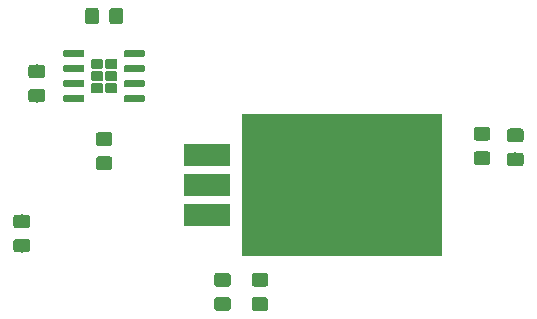
<source format=gbr>
G04 #@! TF.GenerationSoftware,KiCad,Pcbnew,5.1.4-e60b266~84~ubuntu18.04.1*
G04 #@! TF.CreationDate,2019-10-29T18:19:43-03:00*
G04 #@! TF.ProjectId,fonte_18V,666f6e74-655f-4313-9856-2e6b69636164,rev?*
G04 #@! TF.SameCoordinates,Original*
G04 #@! TF.FileFunction,Paste,Top*
G04 #@! TF.FilePolarity,Positive*
%FSLAX46Y46*%
G04 Gerber Fmt 4.6, Leading zero omitted, Abs format (unit mm)*
G04 Created by KiCad (PCBNEW 5.1.4-e60b266~84~ubuntu18.04.1) date 2019-10-29 18:19:43*
%MOMM*%
%LPD*%
G04 APERTURE LIST*
%ADD10C,0.100000*%
%ADD11C,0.600000*%
%ADD12C,0.890000*%
%ADD13C,1.150000*%
%ADD14R,4.000000X1.905000*%
%ADD15R,17.000000X12.000000*%
G04 APERTURE END LIST*
D10*
G36*
X125234703Y-159085722D02*
G01*
X125249264Y-159087882D01*
X125263543Y-159091459D01*
X125277403Y-159096418D01*
X125290710Y-159102712D01*
X125303336Y-159110280D01*
X125315159Y-159119048D01*
X125326066Y-159128934D01*
X125335952Y-159139841D01*
X125344720Y-159151664D01*
X125352288Y-159164290D01*
X125358582Y-159177597D01*
X125363541Y-159191457D01*
X125367118Y-159205736D01*
X125369278Y-159220297D01*
X125370000Y-159235000D01*
X125370000Y-159535000D01*
X125369278Y-159549703D01*
X125367118Y-159564264D01*
X125363541Y-159578543D01*
X125358582Y-159592403D01*
X125352288Y-159605710D01*
X125344720Y-159618336D01*
X125335952Y-159630159D01*
X125326066Y-159641066D01*
X125315159Y-159650952D01*
X125303336Y-159659720D01*
X125290710Y-159667288D01*
X125277403Y-159673582D01*
X125263543Y-159678541D01*
X125249264Y-159682118D01*
X125234703Y-159684278D01*
X125220000Y-159685000D01*
X123745000Y-159685000D01*
X123730297Y-159684278D01*
X123715736Y-159682118D01*
X123701457Y-159678541D01*
X123687597Y-159673582D01*
X123674290Y-159667288D01*
X123661664Y-159659720D01*
X123649841Y-159650952D01*
X123638934Y-159641066D01*
X123629048Y-159630159D01*
X123620280Y-159618336D01*
X123612712Y-159605710D01*
X123606418Y-159592403D01*
X123601459Y-159578543D01*
X123597882Y-159564264D01*
X123595722Y-159549703D01*
X123595000Y-159535000D01*
X123595000Y-159235000D01*
X123595722Y-159220297D01*
X123597882Y-159205736D01*
X123601459Y-159191457D01*
X123606418Y-159177597D01*
X123612712Y-159164290D01*
X123620280Y-159151664D01*
X123629048Y-159139841D01*
X123638934Y-159128934D01*
X123649841Y-159119048D01*
X123661664Y-159110280D01*
X123674290Y-159102712D01*
X123687597Y-159096418D01*
X123701457Y-159091459D01*
X123715736Y-159087882D01*
X123730297Y-159085722D01*
X123745000Y-159085000D01*
X125220000Y-159085000D01*
X125234703Y-159085722D01*
X125234703Y-159085722D01*
G37*
D11*
X124482500Y-159385000D03*
D10*
G36*
X125234703Y-160355722D02*
G01*
X125249264Y-160357882D01*
X125263543Y-160361459D01*
X125277403Y-160366418D01*
X125290710Y-160372712D01*
X125303336Y-160380280D01*
X125315159Y-160389048D01*
X125326066Y-160398934D01*
X125335952Y-160409841D01*
X125344720Y-160421664D01*
X125352288Y-160434290D01*
X125358582Y-160447597D01*
X125363541Y-160461457D01*
X125367118Y-160475736D01*
X125369278Y-160490297D01*
X125370000Y-160505000D01*
X125370000Y-160805000D01*
X125369278Y-160819703D01*
X125367118Y-160834264D01*
X125363541Y-160848543D01*
X125358582Y-160862403D01*
X125352288Y-160875710D01*
X125344720Y-160888336D01*
X125335952Y-160900159D01*
X125326066Y-160911066D01*
X125315159Y-160920952D01*
X125303336Y-160929720D01*
X125290710Y-160937288D01*
X125277403Y-160943582D01*
X125263543Y-160948541D01*
X125249264Y-160952118D01*
X125234703Y-160954278D01*
X125220000Y-160955000D01*
X123745000Y-160955000D01*
X123730297Y-160954278D01*
X123715736Y-160952118D01*
X123701457Y-160948541D01*
X123687597Y-160943582D01*
X123674290Y-160937288D01*
X123661664Y-160929720D01*
X123649841Y-160920952D01*
X123638934Y-160911066D01*
X123629048Y-160900159D01*
X123620280Y-160888336D01*
X123612712Y-160875710D01*
X123606418Y-160862403D01*
X123601459Y-160848543D01*
X123597882Y-160834264D01*
X123595722Y-160819703D01*
X123595000Y-160805000D01*
X123595000Y-160505000D01*
X123595722Y-160490297D01*
X123597882Y-160475736D01*
X123601459Y-160461457D01*
X123606418Y-160447597D01*
X123612712Y-160434290D01*
X123620280Y-160421664D01*
X123629048Y-160409841D01*
X123638934Y-160398934D01*
X123649841Y-160389048D01*
X123661664Y-160380280D01*
X123674290Y-160372712D01*
X123687597Y-160366418D01*
X123701457Y-160361459D01*
X123715736Y-160357882D01*
X123730297Y-160355722D01*
X123745000Y-160355000D01*
X125220000Y-160355000D01*
X125234703Y-160355722D01*
X125234703Y-160355722D01*
G37*
D11*
X124482500Y-160655000D03*
D10*
G36*
X125234703Y-161625722D02*
G01*
X125249264Y-161627882D01*
X125263543Y-161631459D01*
X125277403Y-161636418D01*
X125290710Y-161642712D01*
X125303336Y-161650280D01*
X125315159Y-161659048D01*
X125326066Y-161668934D01*
X125335952Y-161679841D01*
X125344720Y-161691664D01*
X125352288Y-161704290D01*
X125358582Y-161717597D01*
X125363541Y-161731457D01*
X125367118Y-161745736D01*
X125369278Y-161760297D01*
X125370000Y-161775000D01*
X125370000Y-162075000D01*
X125369278Y-162089703D01*
X125367118Y-162104264D01*
X125363541Y-162118543D01*
X125358582Y-162132403D01*
X125352288Y-162145710D01*
X125344720Y-162158336D01*
X125335952Y-162170159D01*
X125326066Y-162181066D01*
X125315159Y-162190952D01*
X125303336Y-162199720D01*
X125290710Y-162207288D01*
X125277403Y-162213582D01*
X125263543Y-162218541D01*
X125249264Y-162222118D01*
X125234703Y-162224278D01*
X125220000Y-162225000D01*
X123745000Y-162225000D01*
X123730297Y-162224278D01*
X123715736Y-162222118D01*
X123701457Y-162218541D01*
X123687597Y-162213582D01*
X123674290Y-162207288D01*
X123661664Y-162199720D01*
X123649841Y-162190952D01*
X123638934Y-162181066D01*
X123629048Y-162170159D01*
X123620280Y-162158336D01*
X123612712Y-162145710D01*
X123606418Y-162132403D01*
X123601459Y-162118543D01*
X123597882Y-162104264D01*
X123595722Y-162089703D01*
X123595000Y-162075000D01*
X123595000Y-161775000D01*
X123595722Y-161760297D01*
X123597882Y-161745736D01*
X123601459Y-161731457D01*
X123606418Y-161717597D01*
X123612712Y-161704290D01*
X123620280Y-161691664D01*
X123629048Y-161679841D01*
X123638934Y-161668934D01*
X123649841Y-161659048D01*
X123661664Y-161650280D01*
X123674290Y-161642712D01*
X123687597Y-161636418D01*
X123701457Y-161631459D01*
X123715736Y-161627882D01*
X123730297Y-161625722D01*
X123745000Y-161625000D01*
X125220000Y-161625000D01*
X125234703Y-161625722D01*
X125234703Y-161625722D01*
G37*
D11*
X124482500Y-161925000D03*
D10*
G36*
X125234703Y-162895722D02*
G01*
X125249264Y-162897882D01*
X125263543Y-162901459D01*
X125277403Y-162906418D01*
X125290710Y-162912712D01*
X125303336Y-162920280D01*
X125315159Y-162929048D01*
X125326066Y-162938934D01*
X125335952Y-162949841D01*
X125344720Y-162961664D01*
X125352288Y-162974290D01*
X125358582Y-162987597D01*
X125363541Y-163001457D01*
X125367118Y-163015736D01*
X125369278Y-163030297D01*
X125370000Y-163045000D01*
X125370000Y-163345000D01*
X125369278Y-163359703D01*
X125367118Y-163374264D01*
X125363541Y-163388543D01*
X125358582Y-163402403D01*
X125352288Y-163415710D01*
X125344720Y-163428336D01*
X125335952Y-163440159D01*
X125326066Y-163451066D01*
X125315159Y-163460952D01*
X125303336Y-163469720D01*
X125290710Y-163477288D01*
X125277403Y-163483582D01*
X125263543Y-163488541D01*
X125249264Y-163492118D01*
X125234703Y-163494278D01*
X125220000Y-163495000D01*
X123745000Y-163495000D01*
X123730297Y-163494278D01*
X123715736Y-163492118D01*
X123701457Y-163488541D01*
X123687597Y-163483582D01*
X123674290Y-163477288D01*
X123661664Y-163469720D01*
X123649841Y-163460952D01*
X123638934Y-163451066D01*
X123629048Y-163440159D01*
X123620280Y-163428336D01*
X123612712Y-163415710D01*
X123606418Y-163402403D01*
X123601459Y-163388543D01*
X123597882Y-163374264D01*
X123595722Y-163359703D01*
X123595000Y-163345000D01*
X123595000Y-163045000D01*
X123595722Y-163030297D01*
X123597882Y-163015736D01*
X123601459Y-163001457D01*
X123606418Y-162987597D01*
X123612712Y-162974290D01*
X123620280Y-162961664D01*
X123629048Y-162949841D01*
X123638934Y-162938934D01*
X123649841Y-162929048D01*
X123661664Y-162920280D01*
X123674290Y-162912712D01*
X123687597Y-162906418D01*
X123701457Y-162901459D01*
X123715736Y-162897882D01*
X123730297Y-162895722D01*
X123745000Y-162895000D01*
X125220000Y-162895000D01*
X125234703Y-162895722D01*
X125234703Y-162895722D01*
G37*
D11*
X124482500Y-163195000D03*
D10*
G36*
X120109703Y-162895722D02*
G01*
X120124264Y-162897882D01*
X120138543Y-162901459D01*
X120152403Y-162906418D01*
X120165710Y-162912712D01*
X120178336Y-162920280D01*
X120190159Y-162929048D01*
X120201066Y-162938934D01*
X120210952Y-162949841D01*
X120219720Y-162961664D01*
X120227288Y-162974290D01*
X120233582Y-162987597D01*
X120238541Y-163001457D01*
X120242118Y-163015736D01*
X120244278Y-163030297D01*
X120245000Y-163045000D01*
X120245000Y-163345000D01*
X120244278Y-163359703D01*
X120242118Y-163374264D01*
X120238541Y-163388543D01*
X120233582Y-163402403D01*
X120227288Y-163415710D01*
X120219720Y-163428336D01*
X120210952Y-163440159D01*
X120201066Y-163451066D01*
X120190159Y-163460952D01*
X120178336Y-163469720D01*
X120165710Y-163477288D01*
X120152403Y-163483582D01*
X120138543Y-163488541D01*
X120124264Y-163492118D01*
X120109703Y-163494278D01*
X120095000Y-163495000D01*
X118620000Y-163495000D01*
X118605297Y-163494278D01*
X118590736Y-163492118D01*
X118576457Y-163488541D01*
X118562597Y-163483582D01*
X118549290Y-163477288D01*
X118536664Y-163469720D01*
X118524841Y-163460952D01*
X118513934Y-163451066D01*
X118504048Y-163440159D01*
X118495280Y-163428336D01*
X118487712Y-163415710D01*
X118481418Y-163402403D01*
X118476459Y-163388543D01*
X118472882Y-163374264D01*
X118470722Y-163359703D01*
X118470000Y-163345000D01*
X118470000Y-163045000D01*
X118470722Y-163030297D01*
X118472882Y-163015736D01*
X118476459Y-163001457D01*
X118481418Y-162987597D01*
X118487712Y-162974290D01*
X118495280Y-162961664D01*
X118504048Y-162949841D01*
X118513934Y-162938934D01*
X118524841Y-162929048D01*
X118536664Y-162920280D01*
X118549290Y-162912712D01*
X118562597Y-162906418D01*
X118576457Y-162901459D01*
X118590736Y-162897882D01*
X118605297Y-162895722D01*
X118620000Y-162895000D01*
X120095000Y-162895000D01*
X120109703Y-162895722D01*
X120109703Y-162895722D01*
G37*
D11*
X119357500Y-163195000D03*
D10*
G36*
X120109703Y-161625722D02*
G01*
X120124264Y-161627882D01*
X120138543Y-161631459D01*
X120152403Y-161636418D01*
X120165710Y-161642712D01*
X120178336Y-161650280D01*
X120190159Y-161659048D01*
X120201066Y-161668934D01*
X120210952Y-161679841D01*
X120219720Y-161691664D01*
X120227288Y-161704290D01*
X120233582Y-161717597D01*
X120238541Y-161731457D01*
X120242118Y-161745736D01*
X120244278Y-161760297D01*
X120245000Y-161775000D01*
X120245000Y-162075000D01*
X120244278Y-162089703D01*
X120242118Y-162104264D01*
X120238541Y-162118543D01*
X120233582Y-162132403D01*
X120227288Y-162145710D01*
X120219720Y-162158336D01*
X120210952Y-162170159D01*
X120201066Y-162181066D01*
X120190159Y-162190952D01*
X120178336Y-162199720D01*
X120165710Y-162207288D01*
X120152403Y-162213582D01*
X120138543Y-162218541D01*
X120124264Y-162222118D01*
X120109703Y-162224278D01*
X120095000Y-162225000D01*
X118620000Y-162225000D01*
X118605297Y-162224278D01*
X118590736Y-162222118D01*
X118576457Y-162218541D01*
X118562597Y-162213582D01*
X118549290Y-162207288D01*
X118536664Y-162199720D01*
X118524841Y-162190952D01*
X118513934Y-162181066D01*
X118504048Y-162170159D01*
X118495280Y-162158336D01*
X118487712Y-162145710D01*
X118481418Y-162132403D01*
X118476459Y-162118543D01*
X118472882Y-162104264D01*
X118470722Y-162089703D01*
X118470000Y-162075000D01*
X118470000Y-161775000D01*
X118470722Y-161760297D01*
X118472882Y-161745736D01*
X118476459Y-161731457D01*
X118481418Y-161717597D01*
X118487712Y-161704290D01*
X118495280Y-161691664D01*
X118504048Y-161679841D01*
X118513934Y-161668934D01*
X118524841Y-161659048D01*
X118536664Y-161650280D01*
X118549290Y-161642712D01*
X118562597Y-161636418D01*
X118576457Y-161631459D01*
X118590736Y-161627882D01*
X118605297Y-161625722D01*
X118620000Y-161625000D01*
X120095000Y-161625000D01*
X120109703Y-161625722D01*
X120109703Y-161625722D01*
G37*
D11*
X119357500Y-161925000D03*
D10*
G36*
X120109703Y-160355722D02*
G01*
X120124264Y-160357882D01*
X120138543Y-160361459D01*
X120152403Y-160366418D01*
X120165710Y-160372712D01*
X120178336Y-160380280D01*
X120190159Y-160389048D01*
X120201066Y-160398934D01*
X120210952Y-160409841D01*
X120219720Y-160421664D01*
X120227288Y-160434290D01*
X120233582Y-160447597D01*
X120238541Y-160461457D01*
X120242118Y-160475736D01*
X120244278Y-160490297D01*
X120245000Y-160505000D01*
X120245000Y-160805000D01*
X120244278Y-160819703D01*
X120242118Y-160834264D01*
X120238541Y-160848543D01*
X120233582Y-160862403D01*
X120227288Y-160875710D01*
X120219720Y-160888336D01*
X120210952Y-160900159D01*
X120201066Y-160911066D01*
X120190159Y-160920952D01*
X120178336Y-160929720D01*
X120165710Y-160937288D01*
X120152403Y-160943582D01*
X120138543Y-160948541D01*
X120124264Y-160952118D01*
X120109703Y-160954278D01*
X120095000Y-160955000D01*
X118620000Y-160955000D01*
X118605297Y-160954278D01*
X118590736Y-160952118D01*
X118576457Y-160948541D01*
X118562597Y-160943582D01*
X118549290Y-160937288D01*
X118536664Y-160929720D01*
X118524841Y-160920952D01*
X118513934Y-160911066D01*
X118504048Y-160900159D01*
X118495280Y-160888336D01*
X118487712Y-160875710D01*
X118481418Y-160862403D01*
X118476459Y-160848543D01*
X118472882Y-160834264D01*
X118470722Y-160819703D01*
X118470000Y-160805000D01*
X118470000Y-160505000D01*
X118470722Y-160490297D01*
X118472882Y-160475736D01*
X118476459Y-160461457D01*
X118481418Y-160447597D01*
X118487712Y-160434290D01*
X118495280Y-160421664D01*
X118504048Y-160409841D01*
X118513934Y-160398934D01*
X118524841Y-160389048D01*
X118536664Y-160380280D01*
X118549290Y-160372712D01*
X118562597Y-160366418D01*
X118576457Y-160361459D01*
X118590736Y-160357882D01*
X118605297Y-160355722D01*
X118620000Y-160355000D01*
X120095000Y-160355000D01*
X120109703Y-160355722D01*
X120109703Y-160355722D01*
G37*
D11*
X119357500Y-160655000D03*
D10*
G36*
X120109703Y-159085722D02*
G01*
X120124264Y-159087882D01*
X120138543Y-159091459D01*
X120152403Y-159096418D01*
X120165710Y-159102712D01*
X120178336Y-159110280D01*
X120190159Y-159119048D01*
X120201066Y-159128934D01*
X120210952Y-159139841D01*
X120219720Y-159151664D01*
X120227288Y-159164290D01*
X120233582Y-159177597D01*
X120238541Y-159191457D01*
X120242118Y-159205736D01*
X120244278Y-159220297D01*
X120245000Y-159235000D01*
X120245000Y-159535000D01*
X120244278Y-159549703D01*
X120242118Y-159564264D01*
X120238541Y-159578543D01*
X120233582Y-159592403D01*
X120227288Y-159605710D01*
X120219720Y-159618336D01*
X120210952Y-159630159D01*
X120201066Y-159641066D01*
X120190159Y-159650952D01*
X120178336Y-159659720D01*
X120165710Y-159667288D01*
X120152403Y-159673582D01*
X120138543Y-159678541D01*
X120124264Y-159682118D01*
X120109703Y-159684278D01*
X120095000Y-159685000D01*
X118620000Y-159685000D01*
X118605297Y-159684278D01*
X118590736Y-159682118D01*
X118576457Y-159678541D01*
X118562597Y-159673582D01*
X118549290Y-159667288D01*
X118536664Y-159659720D01*
X118524841Y-159650952D01*
X118513934Y-159641066D01*
X118504048Y-159630159D01*
X118495280Y-159618336D01*
X118487712Y-159605710D01*
X118481418Y-159592403D01*
X118476459Y-159578543D01*
X118472882Y-159564264D01*
X118470722Y-159549703D01*
X118470000Y-159535000D01*
X118470000Y-159235000D01*
X118470722Y-159220297D01*
X118472882Y-159205736D01*
X118476459Y-159191457D01*
X118481418Y-159177597D01*
X118487712Y-159164290D01*
X118495280Y-159151664D01*
X118504048Y-159139841D01*
X118513934Y-159128934D01*
X118524841Y-159119048D01*
X118536664Y-159110280D01*
X118549290Y-159102712D01*
X118562597Y-159096418D01*
X118576457Y-159091459D01*
X118590736Y-159087882D01*
X118605297Y-159085722D01*
X118620000Y-159085000D01*
X120095000Y-159085000D01*
X120109703Y-159085722D01*
X120109703Y-159085722D01*
G37*
D11*
X119357500Y-159385000D03*
D10*
G36*
X122839309Y-161876071D02*
G01*
X122860908Y-161879275D01*
X122882088Y-161884581D01*
X122902647Y-161891937D01*
X122922386Y-161901273D01*
X122941114Y-161912498D01*
X122958653Y-161925505D01*
X122974831Y-161940169D01*
X122989495Y-161956347D01*
X123002502Y-161973886D01*
X123013727Y-161992614D01*
X123023063Y-162012353D01*
X123030419Y-162032912D01*
X123035725Y-162054092D01*
X123038929Y-162075691D01*
X123040000Y-162097500D01*
X123040000Y-162542500D01*
X123038929Y-162564309D01*
X123035725Y-162585908D01*
X123030419Y-162607088D01*
X123023063Y-162627647D01*
X123013727Y-162647386D01*
X123002502Y-162666114D01*
X122989495Y-162683653D01*
X122974831Y-162699831D01*
X122958653Y-162714495D01*
X122941114Y-162727502D01*
X122922386Y-162738727D01*
X122902647Y-162748063D01*
X122882088Y-162755419D01*
X122860908Y-162760725D01*
X122839309Y-162763929D01*
X122817500Y-162765000D01*
X122222500Y-162765000D01*
X122200691Y-162763929D01*
X122179092Y-162760725D01*
X122157912Y-162755419D01*
X122137353Y-162748063D01*
X122117614Y-162738727D01*
X122098886Y-162727502D01*
X122081347Y-162714495D01*
X122065169Y-162699831D01*
X122050505Y-162683653D01*
X122037498Y-162666114D01*
X122026273Y-162647386D01*
X122016937Y-162627647D01*
X122009581Y-162607088D01*
X122004275Y-162585908D01*
X122001071Y-162564309D01*
X122000000Y-162542500D01*
X122000000Y-162097500D01*
X122001071Y-162075691D01*
X122004275Y-162054092D01*
X122009581Y-162032912D01*
X122016937Y-162012353D01*
X122026273Y-161992614D01*
X122037498Y-161973886D01*
X122050505Y-161956347D01*
X122065169Y-161940169D01*
X122081347Y-161925505D01*
X122098886Y-161912498D01*
X122117614Y-161901273D01*
X122137353Y-161891937D01*
X122157912Y-161884581D01*
X122179092Y-161879275D01*
X122200691Y-161876071D01*
X122222500Y-161875000D01*
X122817500Y-161875000D01*
X122839309Y-161876071D01*
X122839309Y-161876071D01*
G37*
D12*
X122520000Y-162320000D03*
D10*
G36*
X122839309Y-160846071D02*
G01*
X122860908Y-160849275D01*
X122882088Y-160854581D01*
X122902647Y-160861937D01*
X122922386Y-160871273D01*
X122941114Y-160882498D01*
X122958653Y-160895505D01*
X122974831Y-160910169D01*
X122989495Y-160926347D01*
X123002502Y-160943886D01*
X123013727Y-160962614D01*
X123023063Y-160982353D01*
X123030419Y-161002912D01*
X123035725Y-161024092D01*
X123038929Y-161045691D01*
X123040000Y-161067500D01*
X123040000Y-161512500D01*
X123038929Y-161534309D01*
X123035725Y-161555908D01*
X123030419Y-161577088D01*
X123023063Y-161597647D01*
X123013727Y-161617386D01*
X123002502Y-161636114D01*
X122989495Y-161653653D01*
X122974831Y-161669831D01*
X122958653Y-161684495D01*
X122941114Y-161697502D01*
X122922386Y-161708727D01*
X122902647Y-161718063D01*
X122882088Y-161725419D01*
X122860908Y-161730725D01*
X122839309Y-161733929D01*
X122817500Y-161735000D01*
X122222500Y-161735000D01*
X122200691Y-161733929D01*
X122179092Y-161730725D01*
X122157912Y-161725419D01*
X122137353Y-161718063D01*
X122117614Y-161708727D01*
X122098886Y-161697502D01*
X122081347Y-161684495D01*
X122065169Y-161669831D01*
X122050505Y-161653653D01*
X122037498Y-161636114D01*
X122026273Y-161617386D01*
X122016937Y-161597647D01*
X122009581Y-161577088D01*
X122004275Y-161555908D01*
X122001071Y-161534309D01*
X122000000Y-161512500D01*
X122000000Y-161067500D01*
X122001071Y-161045691D01*
X122004275Y-161024092D01*
X122009581Y-161002912D01*
X122016937Y-160982353D01*
X122026273Y-160962614D01*
X122037498Y-160943886D01*
X122050505Y-160926347D01*
X122065169Y-160910169D01*
X122081347Y-160895505D01*
X122098886Y-160882498D01*
X122117614Y-160871273D01*
X122137353Y-160861937D01*
X122157912Y-160854581D01*
X122179092Y-160849275D01*
X122200691Y-160846071D01*
X122222500Y-160845000D01*
X122817500Y-160845000D01*
X122839309Y-160846071D01*
X122839309Y-160846071D01*
G37*
D12*
X122520000Y-161290000D03*
D10*
G36*
X122839309Y-159816071D02*
G01*
X122860908Y-159819275D01*
X122882088Y-159824581D01*
X122902647Y-159831937D01*
X122922386Y-159841273D01*
X122941114Y-159852498D01*
X122958653Y-159865505D01*
X122974831Y-159880169D01*
X122989495Y-159896347D01*
X123002502Y-159913886D01*
X123013727Y-159932614D01*
X123023063Y-159952353D01*
X123030419Y-159972912D01*
X123035725Y-159994092D01*
X123038929Y-160015691D01*
X123040000Y-160037500D01*
X123040000Y-160482500D01*
X123038929Y-160504309D01*
X123035725Y-160525908D01*
X123030419Y-160547088D01*
X123023063Y-160567647D01*
X123013727Y-160587386D01*
X123002502Y-160606114D01*
X122989495Y-160623653D01*
X122974831Y-160639831D01*
X122958653Y-160654495D01*
X122941114Y-160667502D01*
X122922386Y-160678727D01*
X122902647Y-160688063D01*
X122882088Y-160695419D01*
X122860908Y-160700725D01*
X122839309Y-160703929D01*
X122817500Y-160705000D01*
X122222500Y-160705000D01*
X122200691Y-160703929D01*
X122179092Y-160700725D01*
X122157912Y-160695419D01*
X122137353Y-160688063D01*
X122117614Y-160678727D01*
X122098886Y-160667502D01*
X122081347Y-160654495D01*
X122065169Y-160639831D01*
X122050505Y-160623653D01*
X122037498Y-160606114D01*
X122026273Y-160587386D01*
X122016937Y-160567647D01*
X122009581Y-160547088D01*
X122004275Y-160525908D01*
X122001071Y-160504309D01*
X122000000Y-160482500D01*
X122000000Y-160037500D01*
X122001071Y-160015691D01*
X122004275Y-159994092D01*
X122009581Y-159972912D01*
X122016937Y-159952353D01*
X122026273Y-159932614D01*
X122037498Y-159913886D01*
X122050505Y-159896347D01*
X122065169Y-159880169D01*
X122081347Y-159865505D01*
X122098886Y-159852498D01*
X122117614Y-159841273D01*
X122137353Y-159831937D01*
X122157912Y-159824581D01*
X122179092Y-159819275D01*
X122200691Y-159816071D01*
X122222500Y-159815000D01*
X122817500Y-159815000D01*
X122839309Y-159816071D01*
X122839309Y-159816071D01*
G37*
D12*
X122520000Y-160260000D03*
D10*
G36*
X121639309Y-161876071D02*
G01*
X121660908Y-161879275D01*
X121682088Y-161884581D01*
X121702647Y-161891937D01*
X121722386Y-161901273D01*
X121741114Y-161912498D01*
X121758653Y-161925505D01*
X121774831Y-161940169D01*
X121789495Y-161956347D01*
X121802502Y-161973886D01*
X121813727Y-161992614D01*
X121823063Y-162012353D01*
X121830419Y-162032912D01*
X121835725Y-162054092D01*
X121838929Y-162075691D01*
X121840000Y-162097500D01*
X121840000Y-162542500D01*
X121838929Y-162564309D01*
X121835725Y-162585908D01*
X121830419Y-162607088D01*
X121823063Y-162627647D01*
X121813727Y-162647386D01*
X121802502Y-162666114D01*
X121789495Y-162683653D01*
X121774831Y-162699831D01*
X121758653Y-162714495D01*
X121741114Y-162727502D01*
X121722386Y-162738727D01*
X121702647Y-162748063D01*
X121682088Y-162755419D01*
X121660908Y-162760725D01*
X121639309Y-162763929D01*
X121617500Y-162765000D01*
X121022500Y-162765000D01*
X121000691Y-162763929D01*
X120979092Y-162760725D01*
X120957912Y-162755419D01*
X120937353Y-162748063D01*
X120917614Y-162738727D01*
X120898886Y-162727502D01*
X120881347Y-162714495D01*
X120865169Y-162699831D01*
X120850505Y-162683653D01*
X120837498Y-162666114D01*
X120826273Y-162647386D01*
X120816937Y-162627647D01*
X120809581Y-162607088D01*
X120804275Y-162585908D01*
X120801071Y-162564309D01*
X120800000Y-162542500D01*
X120800000Y-162097500D01*
X120801071Y-162075691D01*
X120804275Y-162054092D01*
X120809581Y-162032912D01*
X120816937Y-162012353D01*
X120826273Y-161992614D01*
X120837498Y-161973886D01*
X120850505Y-161956347D01*
X120865169Y-161940169D01*
X120881347Y-161925505D01*
X120898886Y-161912498D01*
X120917614Y-161901273D01*
X120937353Y-161891937D01*
X120957912Y-161884581D01*
X120979092Y-161879275D01*
X121000691Y-161876071D01*
X121022500Y-161875000D01*
X121617500Y-161875000D01*
X121639309Y-161876071D01*
X121639309Y-161876071D01*
G37*
D12*
X121320000Y-162320000D03*
D10*
G36*
X121639309Y-160846071D02*
G01*
X121660908Y-160849275D01*
X121682088Y-160854581D01*
X121702647Y-160861937D01*
X121722386Y-160871273D01*
X121741114Y-160882498D01*
X121758653Y-160895505D01*
X121774831Y-160910169D01*
X121789495Y-160926347D01*
X121802502Y-160943886D01*
X121813727Y-160962614D01*
X121823063Y-160982353D01*
X121830419Y-161002912D01*
X121835725Y-161024092D01*
X121838929Y-161045691D01*
X121840000Y-161067500D01*
X121840000Y-161512500D01*
X121838929Y-161534309D01*
X121835725Y-161555908D01*
X121830419Y-161577088D01*
X121823063Y-161597647D01*
X121813727Y-161617386D01*
X121802502Y-161636114D01*
X121789495Y-161653653D01*
X121774831Y-161669831D01*
X121758653Y-161684495D01*
X121741114Y-161697502D01*
X121722386Y-161708727D01*
X121702647Y-161718063D01*
X121682088Y-161725419D01*
X121660908Y-161730725D01*
X121639309Y-161733929D01*
X121617500Y-161735000D01*
X121022500Y-161735000D01*
X121000691Y-161733929D01*
X120979092Y-161730725D01*
X120957912Y-161725419D01*
X120937353Y-161718063D01*
X120917614Y-161708727D01*
X120898886Y-161697502D01*
X120881347Y-161684495D01*
X120865169Y-161669831D01*
X120850505Y-161653653D01*
X120837498Y-161636114D01*
X120826273Y-161617386D01*
X120816937Y-161597647D01*
X120809581Y-161577088D01*
X120804275Y-161555908D01*
X120801071Y-161534309D01*
X120800000Y-161512500D01*
X120800000Y-161067500D01*
X120801071Y-161045691D01*
X120804275Y-161024092D01*
X120809581Y-161002912D01*
X120816937Y-160982353D01*
X120826273Y-160962614D01*
X120837498Y-160943886D01*
X120850505Y-160926347D01*
X120865169Y-160910169D01*
X120881347Y-160895505D01*
X120898886Y-160882498D01*
X120917614Y-160871273D01*
X120937353Y-160861937D01*
X120957912Y-160854581D01*
X120979092Y-160849275D01*
X121000691Y-160846071D01*
X121022500Y-160845000D01*
X121617500Y-160845000D01*
X121639309Y-160846071D01*
X121639309Y-160846071D01*
G37*
D12*
X121320000Y-161290000D03*
D10*
G36*
X121639309Y-159816071D02*
G01*
X121660908Y-159819275D01*
X121682088Y-159824581D01*
X121702647Y-159831937D01*
X121722386Y-159841273D01*
X121741114Y-159852498D01*
X121758653Y-159865505D01*
X121774831Y-159880169D01*
X121789495Y-159896347D01*
X121802502Y-159913886D01*
X121813727Y-159932614D01*
X121823063Y-159952353D01*
X121830419Y-159972912D01*
X121835725Y-159994092D01*
X121838929Y-160015691D01*
X121840000Y-160037500D01*
X121840000Y-160482500D01*
X121838929Y-160504309D01*
X121835725Y-160525908D01*
X121830419Y-160547088D01*
X121823063Y-160567647D01*
X121813727Y-160587386D01*
X121802502Y-160606114D01*
X121789495Y-160623653D01*
X121774831Y-160639831D01*
X121758653Y-160654495D01*
X121741114Y-160667502D01*
X121722386Y-160678727D01*
X121702647Y-160688063D01*
X121682088Y-160695419D01*
X121660908Y-160700725D01*
X121639309Y-160703929D01*
X121617500Y-160705000D01*
X121022500Y-160705000D01*
X121000691Y-160703929D01*
X120979092Y-160700725D01*
X120957912Y-160695419D01*
X120937353Y-160688063D01*
X120917614Y-160678727D01*
X120898886Y-160667502D01*
X120881347Y-160654495D01*
X120865169Y-160639831D01*
X120850505Y-160623653D01*
X120837498Y-160606114D01*
X120826273Y-160587386D01*
X120816937Y-160567647D01*
X120809581Y-160547088D01*
X120804275Y-160525908D01*
X120801071Y-160504309D01*
X120800000Y-160482500D01*
X120800000Y-160037500D01*
X120801071Y-160015691D01*
X120804275Y-159994092D01*
X120809581Y-159972912D01*
X120816937Y-159952353D01*
X120826273Y-159932614D01*
X120837498Y-159913886D01*
X120850505Y-159896347D01*
X120865169Y-159880169D01*
X120881347Y-159865505D01*
X120898886Y-159852498D01*
X120917614Y-159841273D01*
X120937353Y-159831937D01*
X120957912Y-159824581D01*
X120979092Y-159819275D01*
X121000691Y-159816071D01*
X121022500Y-159815000D01*
X121617500Y-159815000D01*
X121639309Y-159816071D01*
X121639309Y-159816071D01*
G37*
D12*
X121320000Y-160260000D03*
D10*
G36*
X132404505Y-177966204D02*
G01*
X132428773Y-177969804D01*
X132452572Y-177975765D01*
X132475671Y-177984030D01*
X132497850Y-177994520D01*
X132518893Y-178007132D01*
X132538599Y-178021747D01*
X132556777Y-178038223D01*
X132573253Y-178056401D01*
X132587868Y-178076107D01*
X132600480Y-178097150D01*
X132610970Y-178119329D01*
X132619235Y-178142428D01*
X132625196Y-178166227D01*
X132628796Y-178190495D01*
X132630000Y-178214999D01*
X132630000Y-178865001D01*
X132628796Y-178889505D01*
X132625196Y-178913773D01*
X132619235Y-178937572D01*
X132610970Y-178960671D01*
X132600480Y-178982850D01*
X132587868Y-179003893D01*
X132573253Y-179023599D01*
X132556777Y-179041777D01*
X132538599Y-179058253D01*
X132518893Y-179072868D01*
X132497850Y-179085480D01*
X132475671Y-179095970D01*
X132452572Y-179104235D01*
X132428773Y-179110196D01*
X132404505Y-179113796D01*
X132380001Y-179115000D01*
X131479999Y-179115000D01*
X131455495Y-179113796D01*
X131431227Y-179110196D01*
X131407428Y-179104235D01*
X131384329Y-179095970D01*
X131362150Y-179085480D01*
X131341107Y-179072868D01*
X131321401Y-179058253D01*
X131303223Y-179041777D01*
X131286747Y-179023599D01*
X131272132Y-179003893D01*
X131259520Y-178982850D01*
X131249030Y-178960671D01*
X131240765Y-178937572D01*
X131234804Y-178913773D01*
X131231204Y-178889505D01*
X131230000Y-178865001D01*
X131230000Y-178214999D01*
X131231204Y-178190495D01*
X131234804Y-178166227D01*
X131240765Y-178142428D01*
X131249030Y-178119329D01*
X131259520Y-178097150D01*
X131272132Y-178076107D01*
X131286747Y-178056401D01*
X131303223Y-178038223D01*
X131321401Y-178021747D01*
X131341107Y-178007132D01*
X131362150Y-177994520D01*
X131384329Y-177984030D01*
X131407428Y-177975765D01*
X131431227Y-177969804D01*
X131455495Y-177966204D01*
X131479999Y-177965000D01*
X132380001Y-177965000D01*
X132404505Y-177966204D01*
X132404505Y-177966204D01*
G37*
D13*
X131930000Y-178540000D03*
D10*
G36*
X132404505Y-180016204D02*
G01*
X132428773Y-180019804D01*
X132452572Y-180025765D01*
X132475671Y-180034030D01*
X132497850Y-180044520D01*
X132518893Y-180057132D01*
X132538599Y-180071747D01*
X132556777Y-180088223D01*
X132573253Y-180106401D01*
X132587868Y-180126107D01*
X132600480Y-180147150D01*
X132610970Y-180169329D01*
X132619235Y-180192428D01*
X132625196Y-180216227D01*
X132628796Y-180240495D01*
X132630000Y-180264999D01*
X132630000Y-180915001D01*
X132628796Y-180939505D01*
X132625196Y-180963773D01*
X132619235Y-180987572D01*
X132610970Y-181010671D01*
X132600480Y-181032850D01*
X132587868Y-181053893D01*
X132573253Y-181073599D01*
X132556777Y-181091777D01*
X132538599Y-181108253D01*
X132518893Y-181122868D01*
X132497850Y-181135480D01*
X132475671Y-181145970D01*
X132452572Y-181154235D01*
X132428773Y-181160196D01*
X132404505Y-181163796D01*
X132380001Y-181165000D01*
X131479999Y-181165000D01*
X131455495Y-181163796D01*
X131431227Y-181160196D01*
X131407428Y-181154235D01*
X131384329Y-181145970D01*
X131362150Y-181135480D01*
X131341107Y-181122868D01*
X131321401Y-181108253D01*
X131303223Y-181091777D01*
X131286747Y-181073599D01*
X131272132Y-181053893D01*
X131259520Y-181032850D01*
X131249030Y-181010671D01*
X131240765Y-180987572D01*
X131234804Y-180963773D01*
X131231204Y-180939505D01*
X131230000Y-180915001D01*
X131230000Y-180264999D01*
X131231204Y-180240495D01*
X131234804Y-180216227D01*
X131240765Y-180192428D01*
X131249030Y-180169329D01*
X131259520Y-180147150D01*
X131272132Y-180126107D01*
X131286747Y-180106401D01*
X131303223Y-180088223D01*
X131321401Y-180071747D01*
X131341107Y-180057132D01*
X131362150Y-180044520D01*
X131384329Y-180034030D01*
X131407428Y-180025765D01*
X131431227Y-180019804D01*
X131455495Y-180016204D01*
X131479999Y-180015000D01*
X132380001Y-180015000D01*
X132404505Y-180016204D01*
X132404505Y-180016204D01*
G37*
D13*
X131930000Y-180590000D03*
D10*
G36*
X154384505Y-165611204D02*
G01*
X154408773Y-165614804D01*
X154432572Y-165620765D01*
X154455671Y-165629030D01*
X154477850Y-165639520D01*
X154498893Y-165652132D01*
X154518599Y-165666747D01*
X154536777Y-165683223D01*
X154553253Y-165701401D01*
X154567868Y-165721107D01*
X154580480Y-165742150D01*
X154590970Y-165764329D01*
X154599235Y-165787428D01*
X154605196Y-165811227D01*
X154608796Y-165835495D01*
X154610000Y-165859999D01*
X154610000Y-166510001D01*
X154608796Y-166534505D01*
X154605196Y-166558773D01*
X154599235Y-166582572D01*
X154590970Y-166605671D01*
X154580480Y-166627850D01*
X154567868Y-166648893D01*
X154553253Y-166668599D01*
X154536777Y-166686777D01*
X154518599Y-166703253D01*
X154498893Y-166717868D01*
X154477850Y-166730480D01*
X154455671Y-166740970D01*
X154432572Y-166749235D01*
X154408773Y-166755196D01*
X154384505Y-166758796D01*
X154360001Y-166760000D01*
X153459999Y-166760000D01*
X153435495Y-166758796D01*
X153411227Y-166755196D01*
X153387428Y-166749235D01*
X153364329Y-166740970D01*
X153342150Y-166730480D01*
X153321107Y-166717868D01*
X153301401Y-166703253D01*
X153283223Y-166686777D01*
X153266747Y-166668599D01*
X153252132Y-166648893D01*
X153239520Y-166627850D01*
X153229030Y-166605671D01*
X153220765Y-166582572D01*
X153214804Y-166558773D01*
X153211204Y-166534505D01*
X153210000Y-166510001D01*
X153210000Y-165859999D01*
X153211204Y-165835495D01*
X153214804Y-165811227D01*
X153220765Y-165787428D01*
X153229030Y-165764329D01*
X153239520Y-165742150D01*
X153252132Y-165721107D01*
X153266747Y-165701401D01*
X153283223Y-165683223D01*
X153301401Y-165666747D01*
X153321107Y-165652132D01*
X153342150Y-165639520D01*
X153364329Y-165629030D01*
X153387428Y-165620765D01*
X153411227Y-165614804D01*
X153435495Y-165611204D01*
X153459999Y-165610000D01*
X154360001Y-165610000D01*
X154384505Y-165611204D01*
X154384505Y-165611204D01*
G37*
D13*
X153910000Y-166185000D03*
D10*
G36*
X154384505Y-167661204D02*
G01*
X154408773Y-167664804D01*
X154432572Y-167670765D01*
X154455671Y-167679030D01*
X154477850Y-167689520D01*
X154498893Y-167702132D01*
X154518599Y-167716747D01*
X154536777Y-167733223D01*
X154553253Y-167751401D01*
X154567868Y-167771107D01*
X154580480Y-167792150D01*
X154590970Y-167814329D01*
X154599235Y-167837428D01*
X154605196Y-167861227D01*
X154608796Y-167885495D01*
X154610000Y-167909999D01*
X154610000Y-168560001D01*
X154608796Y-168584505D01*
X154605196Y-168608773D01*
X154599235Y-168632572D01*
X154590970Y-168655671D01*
X154580480Y-168677850D01*
X154567868Y-168698893D01*
X154553253Y-168718599D01*
X154536777Y-168736777D01*
X154518599Y-168753253D01*
X154498893Y-168767868D01*
X154477850Y-168780480D01*
X154455671Y-168790970D01*
X154432572Y-168799235D01*
X154408773Y-168805196D01*
X154384505Y-168808796D01*
X154360001Y-168810000D01*
X153459999Y-168810000D01*
X153435495Y-168808796D01*
X153411227Y-168805196D01*
X153387428Y-168799235D01*
X153364329Y-168790970D01*
X153342150Y-168780480D01*
X153321107Y-168767868D01*
X153301401Y-168753253D01*
X153283223Y-168736777D01*
X153266747Y-168718599D01*
X153252132Y-168698893D01*
X153239520Y-168677850D01*
X153229030Y-168655671D01*
X153220765Y-168632572D01*
X153214804Y-168608773D01*
X153211204Y-168584505D01*
X153210000Y-168560001D01*
X153210000Y-167909999D01*
X153211204Y-167885495D01*
X153214804Y-167861227D01*
X153220765Y-167837428D01*
X153229030Y-167814329D01*
X153239520Y-167792150D01*
X153252132Y-167771107D01*
X153266747Y-167751401D01*
X153283223Y-167733223D01*
X153301401Y-167716747D01*
X153321107Y-167702132D01*
X153342150Y-167689520D01*
X153364329Y-167679030D01*
X153387428Y-167670765D01*
X153411227Y-167664804D01*
X153435495Y-167661204D01*
X153459999Y-167660000D01*
X154360001Y-167660000D01*
X154384505Y-167661204D01*
X154384505Y-167661204D01*
G37*
D13*
X153910000Y-168235000D03*
D10*
G36*
X116679505Y-160326204D02*
G01*
X116703773Y-160329804D01*
X116727572Y-160335765D01*
X116750671Y-160344030D01*
X116772850Y-160354520D01*
X116793893Y-160367132D01*
X116813599Y-160381747D01*
X116831777Y-160398223D01*
X116848253Y-160416401D01*
X116862868Y-160436107D01*
X116875480Y-160457150D01*
X116885970Y-160479329D01*
X116894235Y-160502428D01*
X116900196Y-160526227D01*
X116903796Y-160550495D01*
X116905000Y-160574999D01*
X116905000Y-161225001D01*
X116903796Y-161249505D01*
X116900196Y-161273773D01*
X116894235Y-161297572D01*
X116885970Y-161320671D01*
X116875480Y-161342850D01*
X116862868Y-161363893D01*
X116848253Y-161383599D01*
X116831777Y-161401777D01*
X116813599Y-161418253D01*
X116793893Y-161432868D01*
X116772850Y-161445480D01*
X116750671Y-161455970D01*
X116727572Y-161464235D01*
X116703773Y-161470196D01*
X116679505Y-161473796D01*
X116655001Y-161475000D01*
X115754999Y-161475000D01*
X115730495Y-161473796D01*
X115706227Y-161470196D01*
X115682428Y-161464235D01*
X115659329Y-161455970D01*
X115637150Y-161445480D01*
X115616107Y-161432868D01*
X115596401Y-161418253D01*
X115578223Y-161401777D01*
X115561747Y-161383599D01*
X115547132Y-161363893D01*
X115534520Y-161342850D01*
X115524030Y-161320671D01*
X115515765Y-161297572D01*
X115509804Y-161273773D01*
X115506204Y-161249505D01*
X115505000Y-161225001D01*
X115505000Y-160574999D01*
X115506204Y-160550495D01*
X115509804Y-160526227D01*
X115515765Y-160502428D01*
X115524030Y-160479329D01*
X115534520Y-160457150D01*
X115547132Y-160436107D01*
X115561747Y-160416401D01*
X115578223Y-160398223D01*
X115596401Y-160381747D01*
X115616107Y-160367132D01*
X115637150Y-160354520D01*
X115659329Y-160344030D01*
X115682428Y-160335765D01*
X115706227Y-160329804D01*
X115730495Y-160326204D01*
X115754999Y-160325000D01*
X116655001Y-160325000D01*
X116679505Y-160326204D01*
X116679505Y-160326204D01*
G37*
D13*
X116205000Y-160900000D03*
D10*
G36*
X116679505Y-162376204D02*
G01*
X116703773Y-162379804D01*
X116727572Y-162385765D01*
X116750671Y-162394030D01*
X116772850Y-162404520D01*
X116793893Y-162417132D01*
X116813599Y-162431747D01*
X116831777Y-162448223D01*
X116848253Y-162466401D01*
X116862868Y-162486107D01*
X116875480Y-162507150D01*
X116885970Y-162529329D01*
X116894235Y-162552428D01*
X116900196Y-162576227D01*
X116903796Y-162600495D01*
X116905000Y-162624999D01*
X116905000Y-163275001D01*
X116903796Y-163299505D01*
X116900196Y-163323773D01*
X116894235Y-163347572D01*
X116885970Y-163370671D01*
X116875480Y-163392850D01*
X116862868Y-163413893D01*
X116848253Y-163433599D01*
X116831777Y-163451777D01*
X116813599Y-163468253D01*
X116793893Y-163482868D01*
X116772850Y-163495480D01*
X116750671Y-163505970D01*
X116727572Y-163514235D01*
X116703773Y-163520196D01*
X116679505Y-163523796D01*
X116655001Y-163525000D01*
X115754999Y-163525000D01*
X115730495Y-163523796D01*
X115706227Y-163520196D01*
X115682428Y-163514235D01*
X115659329Y-163505970D01*
X115637150Y-163495480D01*
X115616107Y-163482868D01*
X115596401Y-163468253D01*
X115578223Y-163451777D01*
X115561747Y-163433599D01*
X115547132Y-163413893D01*
X115534520Y-163392850D01*
X115524030Y-163370671D01*
X115515765Y-163347572D01*
X115509804Y-163323773D01*
X115506204Y-163299505D01*
X115505000Y-163275001D01*
X115505000Y-162624999D01*
X115506204Y-162600495D01*
X115509804Y-162576227D01*
X115515765Y-162552428D01*
X115524030Y-162529329D01*
X115534520Y-162507150D01*
X115547132Y-162486107D01*
X115561747Y-162466401D01*
X115578223Y-162448223D01*
X115596401Y-162431747D01*
X115616107Y-162417132D01*
X115637150Y-162404520D01*
X115659329Y-162394030D01*
X115682428Y-162385765D01*
X115706227Y-162379804D01*
X115730495Y-162376204D01*
X115754999Y-162375000D01*
X116655001Y-162375000D01*
X116679505Y-162376204D01*
X116679505Y-162376204D01*
G37*
D13*
X116205000Y-162950000D03*
D10*
G36*
X115409505Y-175076204D02*
G01*
X115433773Y-175079804D01*
X115457572Y-175085765D01*
X115480671Y-175094030D01*
X115502850Y-175104520D01*
X115523893Y-175117132D01*
X115543599Y-175131747D01*
X115561777Y-175148223D01*
X115578253Y-175166401D01*
X115592868Y-175186107D01*
X115605480Y-175207150D01*
X115615970Y-175229329D01*
X115624235Y-175252428D01*
X115630196Y-175276227D01*
X115633796Y-175300495D01*
X115635000Y-175324999D01*
X115635000Y-175975001D01*
X115633796Y-175999505D01*
X115630196Y-176023773D01*
X115624235Y-176047572D01*
X115615970Y-176070671D01*
X115605480Y-176092850D01*
X115592868Y-176113893D01*
X115578253Y-176133599D01*
X115561777Y-176151777D01*
X115543599Y-176168253D01*
X115523893Y-176182868D01*
X115502850Y-176195480D01*
X115480671Y-176205970D01*
X115457572Y-176214235D01*
X115433773Y-176220196D01*
X115409505Y-176223796D01*
X115385001Y-176225000D01*
X114484999Y-176225000D01*
X114460495Y-176223796D01*
X114436227Y-176220196D01*
X114412428Y-176214235D01*
X114389329Y-176205970D01*
X114367150Y-176195480D01*
X114346107Y-176182868D01*
X114326401Y-176168253D01*
X114308223Y-176151777D01*
X114291747Y-176133599D01*
X114277132Y-176113893D01*
X114264520Y-176092850D01*
X114254030Y-176070671D01*
X114245765Y-176047572D01*
X114239804Y-176023773D01*
X114236204Y-175999505D01*
X114235000Y-175975001D01*
X114235000Y-175324999D01*
X114236204Y-175300495D01*
X114239804Y-175276227D01*
X114245765Y-175252428D01*
X114254030Y-175229329D01*
X114264520Y-175207150D01*
X114277132Y-175186107D01*
X114291747Y-175166401D01*
X114308223Y-175148223D01*
X114326401Y-175131747D01*
X114346107Y-175117132D01*
X114367150Y-175104520D01*
X114389329Y-175094030D01*
X114412428Y-175085765D01*
X114436227Y-175079804D01*
X114460495Y-175076204D01*
X114484999Y-175075000D01*
X115385001Y-175075000D01*
X115409505Y-175076204D01*
X115409505Y-175076204D01*
G37*
D13*
X114935000Y-175650000D03*
D10*
G36*
X115409505Y-173026204D02*
G01*
X115433773Y-173029804D01*
X115457572Y-173035765D01*
X115480671Y-173044030D01*
X115502850Y-173054520D01*
X115523893Y-173067132D01*
X115543599Y-173081747D01*
X115561777Y-173098223D01*
X115578253Y-173116401D01*
X115592868Y-173136107D01*
X115605480Y-173157150D01*
X115615970Y-173179329D01*
X115624235Y-173202428D01*
X115630196Y-173226227D01*
X115633796Y-173250495D01*
X115635000Y-173274999D01*
X115635000Y-173925001D01*
X115633796Y-173949505D01*
X115630196Y-173973773D01*
X115624235Y-173997572D01*
X115615970Y-174020671D01*
X115605480Y-174042850D01*
X115592868Y-174063893D01*
X115578253Y-174083599D01*
X115561777Y-174101777D01*
X115543599Y-174118253D01*
X115523893Y-174132868D01*
X115502850Y-174145480D01*
X115480671Y-174155970D01*
X115457572Y-174164235D01*
X115433773Y-174170196D01*
X115409505Y-174173796D01*
X115385001Y-174175000D01*
X114484999Y-174175000D01*
X114460495Y-174173796D01*
X114436227Y-174170196D01*
X114412428Y-174164235D01*
X114389329Y-174155970D01*
X114367150Y-174145480D01*
X114346107Y-174132868D01*
X114326401Y-174118253D01*
X114308223Y-174101777D01*
X114291747Y-174083599D01*
X114277132Y-174063893D01*
X114264520Y-174042850D01*
X114254030Y-174020671D01*
X114245765Y-173997572D01*
X114239804Y-173973773D01*
X114236204Y-173949505D01*
X114235000Y-173925001D01*
X114235000Y-173274999D01*
X114236204Y-173250495D01*
X114239804Y-173226227D01*
X114245765Y-173202428D01*
X114254030Y-173179329D01*
X114264520Y-173157150D01*
X114277132Y-173136107D01*
X114291747Y-173116401D01*
X114308223Y-173098223D01*
X114326401Y-173081747D01*
X114346107Y-173067132D01*
X114367150Y-173054520D01*
X114389329Y-173044030D01*
X114412428Y-173035765D01*
X114436227Y-173029804D01*
X114460495Y-173026204D01*
X114484999Y-173025000D01*
X115385001Y-173025000D01*
X115409505Y-173026204D01*
X115409505Y-173026204D01*
G37*
D13*
X114935000Y-173600000D03*
D10*
G36*
X122394505Y-168091204D02*
G01*
X122418773Y-168094804D01*
X122442572Y-168100765D01*
X122465671Y-168109030D01*
X122487850Y-168119520D01*
X122508893Y-168132132D01*
X122528599Y-168146747D01*
X122546777Y-168163223D01*
X122563253Y-168181401D01*
X122577868Y-168201107D01*
X122590480Y-168222150D01*
X122600970Y-168244329D01*
X122609235Y-168267428D01*
X122615196Y-168291227D01*
X122618796Y-168315495D01*
X122620000Y-168339999D01*
X122620000Y-168990001D01*
X122618796Y-169014505D01*
X122615196Y-169038773D01*
X122609235Y-169062572D01*
X122600970Y-169085671D01*
X122590480Y-169107850D01*
X122577868Y-169128893D01*
X122563253Y-169148599D01*
X122546777Y-169166777D01*
X122528599Y-169183253D01*
X122508893Y-169197868D01*
X122487850Y-169210480D01*
X122465671Y-169220970D01*
X122442572Y-169229235D01*
X122418773Y-169235196D01*
X122394505Y-169238796D01*
X122370001Y-169240000D01*
X121469999Y-169240000D01*
X121445495Y-169238796D01*
X121421227Y-169235196D01*
X121397428Y-169229235D01*
X121374329Y-169220970D01*
X121352150Y-169210480D01*
X121331107Y-169197868D01*
X121311401Y-169183253D01*
X121293223Y-169166777D01*
X121276747Y-169148599D01*
X121262132Y-169128893D01*
X121249520Y-169107850D01*
X121239030Y-169085671D01*
X121230765Y-169062572D01*
X121224804Y-169038773D01*
X121221204Y-169014505D01*
X121220000Y-168990001D01*
X121220000Y-168339999D01*
X121221204Y-168315495D01*
X121224804Y-168291227D01*
X121230765Y-168267428D01*
X121239030Y-168244329D01*
X121249520Y-168222150D01*
X121262132Y-168201107D01*
X121276747Y-168181401D01*
X121293223Y-168163223D01*
X121311401Y-168146747D01*
X121331107Y-168132132D01*
X121352150Y-168119520D01*
X121374329Y-168109030D01*
X121397428Y-168100765D01*
X121421227Y-168094804D01*
X121445495Y-168091204D01*
X121469999Y-168090000D01*
X122370001Y-168090000D01*
X122394505Y-168091204D01*
X122394505Y-168091204D01*
G37*
D13*
X121920000Y-168665000D03*
D10*
G36*
X122394505Y-166041204D02*
G01*
X122418773Y-166044804D01*
X122442572Y-166050765D01*
X122465671Y-166059030D01*
X122487850Y-166069520D01*
X122508893Y-166082132D01*
X122528599Y-166096747D01*
X122546777Y-166113223D01*
X122563253Y-166131401D01*
X122577868Y-166151107D01*
X122590480Y-166172150D01*
X122600970Y-166194329D01*
X122609235Y-166217428D01*
X122615196Y-166241227D01*
X122618796Y-166265495D01*
X122620000Y-166289999D01*
X122620000Y-166940001D01*
X122618796Y-166964505D01*
X122615196Y-166988773D01*
X122609235Y-167012572D01*
X122600970Y-167035671D01*
X122590480Y-167057850D01*
X122577868Y-167078893D01*
X122563253Y-167098599D01*
X122546777Y-167116777D01*
X122528599Y-167133253D01*
X122508893Y-167147868D01*
X122487850Y-167160480D01*
X122465671Y-167170970D01*
X122442572Y-167179235D01*
X122418773Y-167185196D01*
X122394505Y-167188796D01*
X122370001Y-167190000D01*
X121469999Y-167190000D01*
X121445495Y-167188796D01*
X121421227Y-167185196D01*
X121397428Y-167179235D01*
X121374329Y-167170970D01*
X121352150Y-167160480D01*
X121331107Y-167147868D01*
X121311401Y-167133253D01*
X121293223Y-167116777D01*
X121276747Y-167098599D01*
X121262132Y-167078893D01*
X121249520Y-167057850D01*
X121239030Y-167035671D01*
X121230765Y-167012572D01*
X121224804Y-166988773D01*
X121221204Y-166964505D01*
X121220000Y-166940001D01*
X121220000Y-166289999D01*
X121221204Y-166265495D01*
X121224804Y-166241227D01*
X121230765Y-166217428D01*
X121239030Y-166194329D01*
X121249520Y-166172150D01*
X121262132Y-166151107D01*
X121276747Y-166131401D01*
X121293223Y-166113223D01*
X121311401Y-166096747D01*
X121331107Y-166082132D01*
X121352150Y-166069520D01*
X121374329Y-166059030D01*
X121397428Y-166050765D01*
X121421227Y-166044804D01*
X121445495Y-166041204D01*
X121469999Y-166040000D01*
X122370001Y-166040000D01*
X122394505Y-166041204D01*
X122394505Y-166041204D01*
G37*
D13*
X121920000Y-166615000D03*
D10*
G36*
X157214505Y-165731204D02*
G01*
X157238773Y-165734804D01*
X157262572Y-165740765D01*
X157285671Y-165749030D01*
X157307850Y-165759520D01*
X157328893Y-165772132D01*
X157348599Y-165786747D01*
X157366777Y-165803223D01*
X157383253Y-165821401D01*
X157397868Y-165841107D01*
X157410480Y-165862150D01*
X157420970Y-165884329D01*
X157429235Y-165907428D01*
X157435196Y-165931227D01*
X157438796Y-165955495D01*
X157440000Y-165979999D01*
X157440000Y-166630001D01*
X157438796Y-166654505D01*
X157435196Y-166678773D01*
X157429235Y-166702572D01*
X157420970Y-166725671D01*
X157410480Y-166747850D01*
X157397868Y-166768893D01*
X157383253Y-166788599D01*
X157366777Y-166806777D01*
X157348599Y-166823253D01*
X157328893Y-166837868D01*
X157307850Y-166850480D01*
X157285671Y-166860970D01*
X157262572Y-166869235D01*
X157238773Y-166875196D01*
X157214505Y-166878796D01*
X157190001Y-166880000D01*
X156289999Y-166880000D01*
X156265495Y-166878796D01*
X156241227Y-166875196D01*
X156217428Y-166869235D01*
X156194329Y-166860970D01*
X156172150Y-166850480D01*
X156151107Y-166837868D01*
X156131401Y-166823253D01*
X156113223Y-166806777D01*
X156096747Y-166788599D01*
X156082132Y-166768893D01*
X156069520Y-166747850D01*
X156059030Y-166725671D01*
X156050765Y-166702572D01*
X156044804Y-166678773D01*
X156041204Y-166654505D01*
X156040000Y-166630001D01*
X156040000Y-165979999D01*
X156041204Y-165955495D01*
X156044804Y-165931227D01*
X156050765Y-165907428D01*
X156059030Y-165884329D01*
X156069520Y-165862150D01*
X156082132Y-165841107D01*
X156096747Y-165821401D01*
X156113223Y-165803223D01*
X156131401Y-165786747D01*
X156151107Y-165772132D01*
X156172150Y-165759520D01*
X156194329Y-165749030D01*
X156217428Y-165740765D01*
X156241227Y-165734804D01*
X156265495Y-165731204D01*
X156289999Y-165730000D01*
X157190001Y-165730000D01*
X157214505Y-165731204D01*
X157214505Y-165731204D01*
G37*
D13*
X156740000Y-166305000D03*
D10*
G36*
X157214505Y-167781204D02*
G01*
X157238773Y-167784804D01*
X157262572Y-167790765D01*
X157285671Y-167799030D01*
X157307850Y-167809520D01*
X157328893Y-167822132D01*
X157348599Y-167836747D01*
X157366777Y-167853223D01*
X157383253Y-167871401D01*
X157397868Y-167891107D01*
X157410480Y-167912150D01*
X157420970Y-167934329D01*
X157429235Y-167957428D01*
X157435196Y-167981227D01*
X157438796Y-168005495D01*
X157440000Y-168029999D01*
X157440000Y-168680001D01*
X157438796Y-168704505D01*
X157435196Y-168728773D01*
X157429235Y-168752572D01*
X157420970Y-168775671D01*
X157410480Y-168797850D01*
X157397868Y-168818893D01*
X157383253Y-168838599D01*
X157366777Y-168856777D01*
X157348599Y-168873253D01*
X157328893Y-168887868D01*
X157307850Y-168900480D01*
X157285671Y-168910970D01*
X157262572Y-168919235D01*
X157238773Y-168925196D01*
X157214505Y-168928796D01*
X157190001Y-168930000D01*
X156289999Y-168930000D01*
X156265495Y-168928796D01*
X156241227Y-168925196D01*
X156217428Y-168919235D01*
X156194329Y-168910970D01*
X156172150Y-168900480D01*
X156151107Y-168887868D01*
X156131401Y-168873253D01*
X156113223Y-168856777D01*
X156096747Y-168838599D01*
X156082132Y-168818893D01*
X156069520Y-168797850D01*
X156059030Y-168775671D01*
X156050765Y-168752572D01*
X156044804Y-168728773D01*
X156041204Y-168704505D01*
X156040000Y-168680001D01*
X156040000Y-168029999D01*
X156041204Y-168005495D01*
X156044804Y-167981227D01*
X156050765Y-167957428D01*
X156059030Y-167934329D01*
X156069520Y-167912150D01*
X156082132Y-167891107D01*
X156096747Y-167871401D01*
X156113223Y-167853223D01*
X156131401Y-167836747D01*
X156151107Y-167822132D01*
X156172150Y-167809520D01*
X156194329Y-167799030D01*
X156217428Y-167790765D01*
X156241227Y-167784804D01*
X156265495Y-167781204D01*
X156289999Y-167780000D01*
X157190001Y-167780000D01*
X157214505Y-167781204D01*
X157214505Y-167781204D01*
G37*
D13*
X156740000Y-168355000D03*
D10*
G36*
X135579505Y-180016204D02*
G01*
X135603773Y-180019804D01*
X135627572Y-180025765D01*
X135650671Y-180034030D01*
X135672850Y-180044520D01*
X135693893Y-180057132D01*
X135713599Y-180071747D01*
X135731777Y-180088223D01*
X135748253Y-180106401D01*
X135762868Y-180126107D01*
X135775480Y-180147150D01*
X135785970Y-180169329D01*
X135794235Y-180192428D01*
X135800196Y-180216227D01*
X135803796Y-180240495D01*
X135805000Y-180264999D01*
X135805000Y-180915001D01*
X135803796Y-180939505D01*
X135800196Y-180963773D01*
X135794235Y-180987572D01*
X135785970Y-181010671D01*
X135775480Y-181032850D01*
X135762868Y-181053893D01*
X135748253Y-181073599D01*
X135731777Y-181091777D01*
X135713599Y-181108253D01*
X135693893Y-181122868D01*
X135672850Y-181135480D01*
X135650671Y-181145970D01*
X135627572Y-181154235D01*
X135603773Y-181160196D01*
X135579505Y-181163796D01*
X135555001Y-181165000D01*
X134654999Y-181165000D01*
X134630495Y-181163796D01*
X134606227Y-181160196D01*
X134582428Y-181154235D01*
X134559329Y-181145970D01*
X134537150Y-181135480D01*
X134516107Y-181122868D01*
X134496401Y-181108253D01*
X134478223Y-181091777D01*
X134461747Y-181073599D01*
X134447132Y-181053893D01*
X134434520Y-181032850D01*
X134424030Y-181010671D01*
X134415765Y-180987572D01*
X134409804Y-180963773D01*
X134406204Y-180939505D01*
X134405000Y-180915001D01*
X134405000Y-180264999D01*
X134406204Y-180240495D01*
X134409804Y-180216227D01*
X134415765Y-180192428D01*
X134424030Y-180169329D01*
X134434520Y-180147150D01*
X134447132Y-180126107D01*
X134461747Y-180106401D01*
X134478223Y-180088223D01*
X134496401Y-180071747D01*
X134516107Y-180057132D01*
X134537150Y-180044520D01*
X134559329Y-180034030D01*
X134582428Y-180025765D01*
X134606227Y-180019804D01*
X134630495Y-180016204D01*
X134654999Y-180015000D01*
X135555001Y-180015000D01*
X135579505Y-180016204D01*
X135579505Y-180016204D01*
G37*
D13*
X135105000Y-180590000D03*
D10*
G36*
X135579505Y-177966204D02*
G01*
X135603773Y-177969804D01*
X135627572Y-177975765D01*
X135650671Y-177984030D01*
X135672850Y-177994520D01*
X135693893Y-178007132D01*
X135713599Y-178021747D01*
X135731777Y-178038223D01*
X135748253Y-178056401D01*
X135762868Y-178076107D01*
X135775480Y-178097150D01*
X135785970Y-178119329D01*
X135794235Y-178142428D01*
X135800196Y-178166227D01*
X135803796Y-178190495D01*
X135805000Y-178214999D01*
X135805000Y-178865001D01*
X135803796Y-178889505D01*
X135800196Y-178913773D01*
X135794235Y-178937572D01*
X135785970Y-178960671D01*
X135775480Y-178982850D01*
X135762868Y-179003893D01*
X135748253Y-179023599D01*
X135731777Y-179041777D01*
X135713599Y-179058253D01*
X135693893Y-179072868D01*
X135672850Y-179085480D01*
X135650671Y-179095970D01*
X135627572Y-179104235D01*
X135603773Y-179110196D01*
X135579505Y-179113796D01*
X135555001Y-179115000D01*
X134654999Y-179115000D01*
X134630495Y-179113796D01*
X134606227Y-179110196D01*
X134582428Y-179104235D01*
X134559329Y-179095970D01*
X134537150Y-179085480D01*
X134516107Y-179072868D01*
X134496401Y-179058253D01*
X134478223Y-179041777D01*
X134461747Y-179023599D01*
X134447132Y-179003893D01*
X134434520Y-178982850D01*
X134424030Y-178960671D01*
X134415765Y-178937572D01*
X134409804Y-178913773D01*
X134406204Y-178889505D01*
X134405000Y-178865001D01*
X134405000Y-178214999D01*
X134406204Y-178190495D01*
X134409804Y-178166227D01*
X134415765Y-178142428D01*
X134424030Y-178119329D01*
X134434520Y-178097150D01*
X134447132Y-178076107D01*
X134461747Y-178056401D01*
X134478223Y-178038223D01*
X134496401Y-178021747D01*
X134516107Y-178007132D01*
X134537150Y-177994520D01*
X134559329Y-177984030D01*
X134582428Y-177975765D01*
X134606227Y-177969804D01*
X134630495Y-177966204D01*
X134654999Y-177965000D01*
X135555001Y-177965000D01*
X135579505Y-177966204D01*
X135579505Y-177966204D01*
G37*
D13*
X135105000Y-178540000D03*
D10*
G36*
X121244505Y-155511204D02*
G01*
X121268773Y-155514804D01*
X121292572Y-155520765D01*
X121315671Y-155529030D01*
X121337850Y-155539520D01*
X121358893Y-155552132D01*
X121378599Y-155566747D01*
X121396777Y-155583223D01*
X121413253Y-155601401D01*
X121427868Y-155621107D01*
X121440480Y-155642150D01*
X121450970Y-155664329D01*
X121459235Y-155687428D01*
X121465196Y-155711227D01*
X121468796Y-155735495D01*
X121470000Y-155759999D01*
X121470000Y-156660001D01*
X121468796Y-156684505D01*
X121465196Y-156708773D01*
X121459235Y-156732572D01*
X121450970Y-156755671D01*
X121440480Y-156777850D01*
X121427868Y-156798893D01*
X121413253Y-156818599D01*
X121396777Y-156836777D01*
X121378599Y-156853253D01*
X121358893Y-156867868D01*
X121337850Y-156880480D01*
X121315671Y-156890970D01*
X121292572Y-156899235D01*
X121268773Y-156905196D01*
X121244505Y-156908796D01*
X121220001Y-156910000D01*
X120569999Y-156910000D01*
X120545495Y-156908796D01*
X120521227Y-156905196D01*
X120497428Y-156899235D01*
X120474329Y-156890970D01*
X120452150Y-156880480D01*
X120431107Y-156867868D01*
X120411401Y-156853253D01*
X120393223Y-156836777D01*
X120376747Y-156818599D01*
X120362132Y-156798893D01*
X120349520Y-156777850D01*
X120339030Y-156755671D01*
X120330765Y-156732572D01*
X120324804Y-156708773D01*
X120321204Y-156684505D01*
X120320000Y-156660001D01*
X120320000Y-155759999D01*
X120321204Y-155735495D01*
X120324804Y-155711227D01*
X120330765Y-155687428D01*
X120339030Y-155664329D01*
X120349520Y-155642150D01*
X120362132Y-155621107D01*
X120376747Y-155601401D01*
X120393223Y-155583223D01*
X120411401Y-155566747D01*
X120431107Y-155552132D01*
X120452150Y-155539520D01*
X120474329Y-155529030D01*
X120497428Y-155520765D01*
X120521227Y-155514804D01*
X120545495Y-155511204D01*
X120569999Y-155510000D01*
X121220001Y-155510000D01*
X121244505Y-155511204D01*
X121244505Y-155511204D01*
G37*
D13*
X120895000Y-156210000D03*
D10*
G36*
X123294505Y-155511204D02*
G01*
X123318773Y-155514804D01*
X123342572Y-155520765D01*
X123365671Y-155529030D01*
X123387850Y-155539520D01*
X123408893Y-155552132D01*
X123428599Y-155566747D01*
X123446777Y-155583223D01*
X123463253Y-155601401D01*
X123477868Y-155621107D01*
X123490480Y-155642150D01*
X123500970Y-155664329D01*
X123509235Y-155687428D01*
X123515196Y-155711227D01*
X123518796Y-155735495D01*
X123520000Y-155759999D01*
X123520000Y-156660001D01*
X123518796Y-156684505D01*
X123515196Y-156708773D01*
X123509235Y-156732572D01*
X123500970Y-156755671D01*
X123490480Y-156777850D01*
X123477868Y-156798893D01*
X123463253Y-156818599D01*
X123446777Y-156836777D01*
X123428599Y-156853253D01*
X123408893Y-156867868D01*
X123387850Y-156880480D01*
X123365671Y-156890970D01*
X123342572Y-156899235D01*
X123318773Y-156905196D01*
X123294505Y-156908796D01*
X123270001Y-156910000D01*
X122619999Y-156910000D01*
X122595495Y-156908796D01*
X122571227Y-156905196D01*
X122547428Y-156899235D01*
X122524329Y-156890970D01*
X122502150Y-156880480D01*
X122481107Y-156867868D01*
X122461401Y-156853253D01*
X122443223Y-156836777D01*
X122426747Y-156818599D01*
X122412132Y-156798893D01*
X122399520Y-156777850D01*
X122389030Y-156755671D01*
X122380765Y-156732572D01*
X122374804Y-156708773D01*
X122371204Y-156684505D01*
X122370000Y-156660001D01*
X122370000Y-155759999D01*
X122371204Y-155735495D01*
X122374804Y-155711227D01*
X122380765Y-155687428D01*
X122389030Y-155664329D01*
X122399520Y-155642150D01*
X122412132Y-155621107D01*
X122426747Y-155601401D01*
X122443223Y-155583223D01*
X122461401Y-155566747D01*
X122481107Y-155552132D01*
X122502150Y-155539520D01*
X122524329Y-155529030D01*
X122547428Y-155520765D01*
X122571227Y-155514804D01*
X122595495Y-155511204D01*
X122619999Y-155510000D01*
X123270001Y-155510000D01*
X123294505Y-155511204D01*
X123294505Y-155511204D01*
G37*
D13*
X122945000Y-156210000D03*
D14*
X130620000Y-173090000D03*
X130620000Y-170550000D03*
X130620000Y-168010000D03*
D15*
X142050000Y-170550000D03*
M02*

</source>
